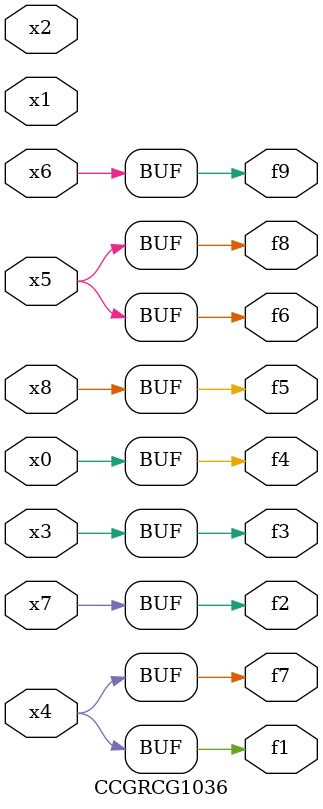
<source format=v>
module CCGRCG1036(
	input x0, x1, x2, x3, x4, x5, x6, x7, x8,
	output f1, f2, f3, f4, f5, f6, f7, f8, f9
);
	assign f1 = x4;
	assign f2 = x7;
	assign f3 = x3;
	assign f4 = x0;
	assign f5 = x8;
	assign f6 = x5;
	assign f7 = x4;
	assign f8 = x5;
	assign f9 = x6;
endmodule

</source>
